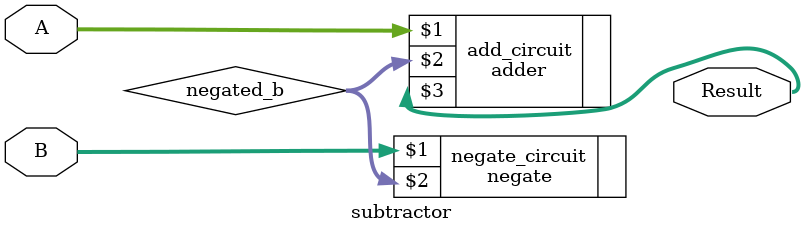
<source format=v>
module subtractor(
    input  wire [31:0] A,
    input  wire [31:0] B,
    output wire [63:0] Result
);

    wire [31:0] negated_b;
    negate negate_circuit(B, negated_b);
    adder add_circuit(A, negated_b, Result);

endmodule

</source>
